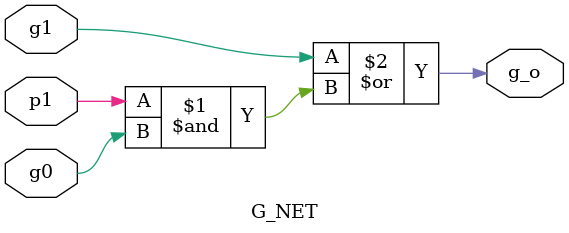
<source format=sv>
module G_NET(
	input g0,
	input p1,
	input g1,
	output g_o
);

assign g_o = g1 | (p1 & g0);
endmodule

</source>
